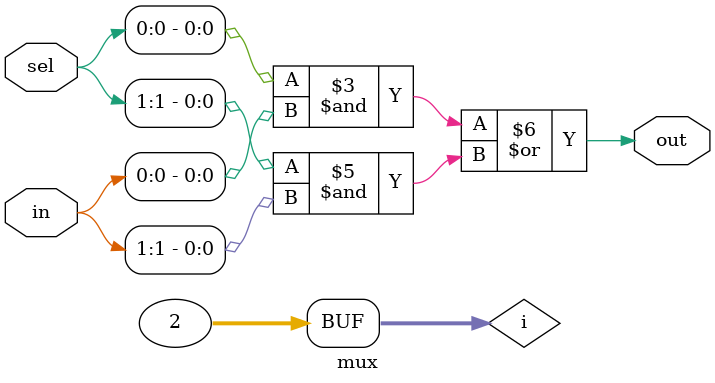
<source format=sv>
`include "functions.svh"

module mux #(
    parameter DW  /* verilator public_flat_rd */ = 1,  // width of data inputs
    parameter N  /* verilator public_flat_rd */  = 2  // number of inputs
) (
    input  logic [   N-1:0] sel,  // select vector
    input  logic [N*DW-1:0] in,  // concatenated input {..,in1[DW-1:0],in0[DW-1:0]
    output logic [  DW-1:0] out  // output
);

  integer i;
  always_comb begin
    out[DW-1:0] = 'b0;
    for (i = 0; i < N; i = i + 1) out[DW-1:0] |= {(DW) {sel[i]}} & in[((i+1)*DW-1)-:DW];
  end

endmodule  // mux

</source>
